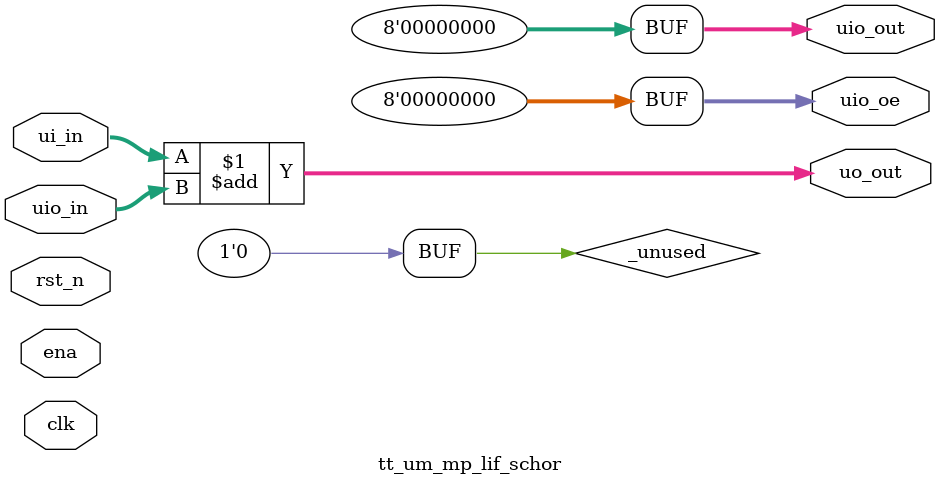
<source format=v>
/*
 * Copyright (c) 2024 Your Name
 * SPDX-License-Identifier: Apache-2.0
 */

`default_nettype none

module tt_um_mp_lif_schor (
    input  wire [7:0] ui_in,    // Dedicated inputs
    output wire [7:0] uo_out,   // Dedicated outputs
    input  wire [7:0] uio_in,   // IOs: Input path
    output wire [7:0] uio_out,  // IOs: Output path
    output wire [7:0] uio_oe,   // IOs: Enable path (active high: 0=input, 1=output)
    input  wire       ena,      // always 1 when the design is powered, so you can ignore it
    input  wire       clk,      // clock
    input  wire       rst_n     // reset_n - low to reset
);

  // All output pins must be assigned. If not used, assign to 0.
  assign uo_out  = ui_in + uio_in;  // Example: ou_out is the sum of ui_in and uio_in
  assign uio_out = 0;
  assign uio_oe  = 0;

  // List all unused inputs to prevent warnings
  wire _unused = &{ena, clk, rst_n, 1'b0};

endmodule

</source>
